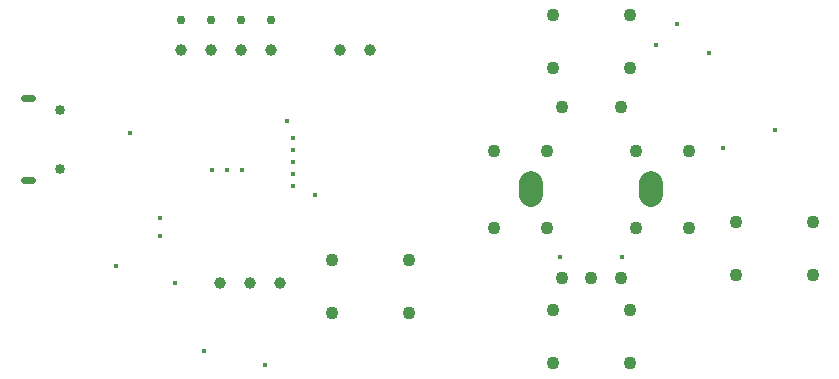
<source format=gbr>
%TF.GenerationSoftware,KiCad,Pcbnew,(5.1.5)-3*%
%TF.CreationDate,2020-01-24T01:01:08-05:00*%
%TF.ProjectId,V-Naught_Display,562d4e61-7567-4687-945f-446973706c61,rev?*%
%TF.SameCoordinates,Original*%
%TF.FileFunction,Plated,1,2,PTH,Mixed*%
%TF.FilePolarity,Positive*%
%FSLAX46Y46*%
G04 Gerber Fmt 4.6, Leading zero omitted, Abs format (unit mm)*
G04 Created by KiCad (PCBNEW (5.1.5)-3) date 2020-01-24 01:01:08*
%MOMM*%
%LPD*%
G04 APERTURE LIST*
%TA.AperFunction,ViaDrill*%
%ADD10C,0.400000*%
%TD*%
G04 aperture for slot hole*
%TA.AperFunction,ComponentDrill*%
%ADD11C,0.600000*%
%TD*%
%TA.AperFunction,ComponentDrill*%
%ADD12C,0.762000*%
%TD*%
%TA.AperFunction,ComponentDrill*%
%ADD13C,0.850000*%
%TD*%
%TA.AperFunction,ComponentDrill*%
%ADD14C,1.000000*%
%TD*%
%TA.AperFunction,ComponentDrill*%
%ADD15C,1.100000*%
%TD*%
G04 aperture for slot hole*
%TA.AperFunction,ComponentDrill*%
%ADD16C,2.000000*%
%TD*%
G04 APERTURE END LIST*
D10*
X104170000Y-73650000D03*
X105330000Y-62350000D03*
X107882000Y-69614000D03*
X107882000Y-71138000D03*
X109170000Y-75050000D03*
X111570000Y-80850000D03*
X112315000Y-65525000D03*
X113585000Y-65525000D03*
X114855000Y-65525000D03*
X116760000Y-82035000D03*
X118670000Y-61400000D03*
X119160000Y-63850000D03*
X119160000Y-64850000D03*
X119160000Y-65850000D03*
X119170000Y-66850000D03*
X119177942Y-62842636D03*
X120970000Y-67650000D03*
X141770000Y-72850000D03*
X146970000Y-72850000D03*
X149920000Y-54900000D03*
X151670000Y-53150000D03*
X154370000Y-55650000D03*
X155570000Y-63650000D03*
X159920000Y-62150000D03*
D11*
%TO.C,J1*%
X97032500Y-59400000D02*
X96332500Y-59400000D01*
X96332500Y-66400000D02*
X97032500Y-66400000D01*
D12*
%TO.C,J2*%
X109660000Y-52850000D03*
X112200000Y-52850000D03*
X114740000Y-52850000D03*
X117280000Y-52850000D03*
D13*
%TO.C,J1*%
X99382500Y-60400000D03*
X99382500Y-65400000D03*
D14*
%TO.C,J3*%
X112950000Y-75050000D03*
X115490000Y-75050000D03*
X118030000Y-75050000D03*
%TO.C,J6*%
X109660000Y-55390000D03*
X112200000Y-55390000D03*
X114740000Y-55390000D03*
X117280000Y-55390000D03*
%TO.C,J4*%
X123110000Y-55365000D03*
X125650000Y-55365000D03*
D15*
%TO.C,SW4*%
X148170000Y-63900000D03*
X148170000Y-70400000D03*
X152670000Y-63900000D03*
X152670000Y-70400000D03*
%TO.C,SW6*%
X156670000Y-69900000D03*
X156670000Y-74400000D03*
X163170000Y-69900000D03*
X163170000Y-74400000D03*
%TO.C,SW1*%
X141170000Y-52400000D03*
X141170000Y-56900000D03*
X147670000Y-52400000D03*
X147670000Y-56900000D03*
%TO.C,SW3*%
X136170000Y-63900000D03*
X136170000Y-70400000D03*
X140670000Y-63900000D03*
X140670000Y-70400000D03*
%TO.C,SW7*%
X141920000Y-60150000D03*
X141920000Y-74650000D03*
X144420000Y-74650000D03*
X146920000Y-60150000D03*
X146920000Y-74650000D03*
%TO.C,SW5*%
X122475000Y-73145000D03*
X122475000Y-77645000D03*
X128975000Y-73145000D03*
X128975000Y-77645000D03*
%TO.C,SW2*%
X141170000Y-77400000D03*
X141170000Y-81900000D03*
X147670000Y-77400000D03*
X147670000Y-81900000D03*
D16*
%TO.C,SW7*%
X139340000Y-67650000D02*
X139340000Y-66650000D01*
X149500000Y-66650000D02*
X149500000Y-67650000D01*
M02*

</source>
